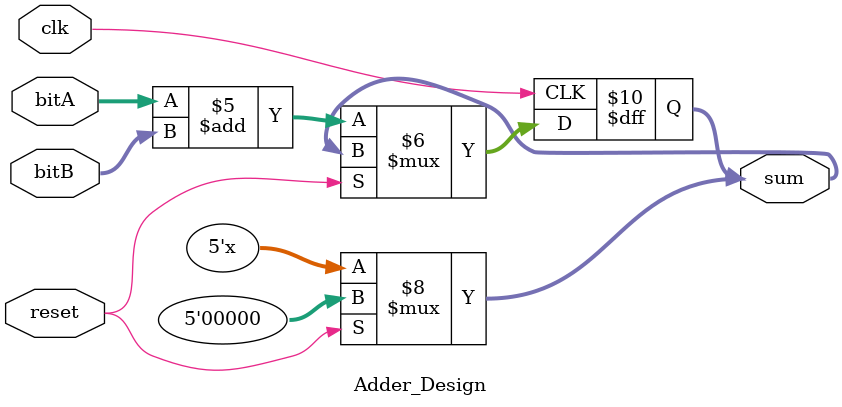
<source format=sv>
`timescale 1ns / 1ps

module Adder_Design(
    input clk,reset,
    input logic[3:0] bitA,
    input logic[3:0] bitB,
    output logic[4:0] sum
);

always
begin
if (reset == 1) begin
sum <= 0;
end //if reset
end //always

always @(posedge clk) begin
    if (reset != 1)
        sum <= (bitA + bitB);

end
endmodule







</source>
